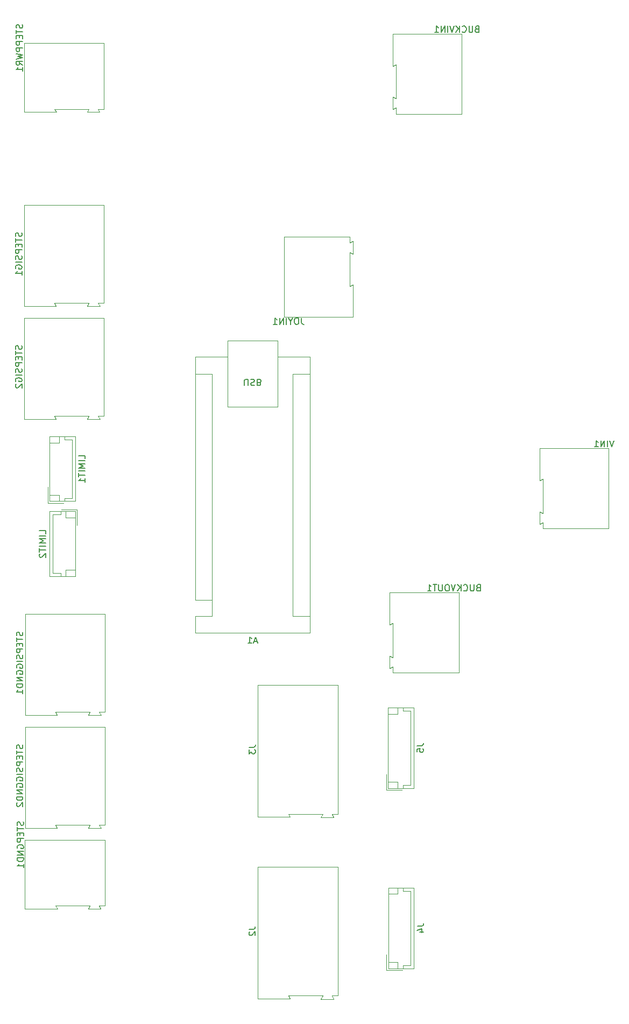
<source format=gbr>
%TF.GenerationSoftware,KiCad,Pcbnew,7.0.8-7.0.8~ubuntu22.04.1*%
%TF.CreationDate,2023-11-09T15:08:59-07:00*%
%TF.ProjectId,stepper_microscope_stage,73746570-7065-4725-9f6d-6963726f7363,10*%
%TF.SameCoordinates,Original*%
%TF.FileFunction,Legend,Bot*%
%TF.FilePolarity,Positive*%
%FSLAX46Y46*%
G04 Gerber Fmt 4.6, Leading zero omitted, Abs format (unit mm)*
G04 Created by KiCad (PCBNEW 7.0.8-7.0.8~ubuntu22.04.1) date 2023-11-09 15:08:59*
%MOMM*%
%LPD*%
G01*
G04 APERTURE LIST*
%ADD10C,0.150000*%
%ADD11C,0.120000*%
G04 APERTURE END LIST*
D10*
X134733570Y-117118865D02*
X134590713Y-117166484D01*
X134590713Y-117166484D02*
X134543094Y-117214103D01*
X134543094Y-117214103D02*
X134495475Y-117309341D01*
X134495475Y-117309341D02*
X134495475Y-117452198D01*
X134495475Y-117452198D02*
X134543094Y-117547436D01*
X134543094Y-117547436D02*
X134590713Y-117595056D01*
X134590713Y-117595056D02*
X134685951Y-117642675D01*
X134685951Y-117642675D02*
X135066903Y-117642675D01*
X135066903Y-117642675D02*
X135066903Y-116642675D01*
X135066903Y-116642675D02*
X134733570Y-116642675D01*
X134733570Y-116642675D02*
X134638332Y-116690294D01*
X134638332Y-116690294D02*
X134590713Y-116737913D01*
X134590713Y-116737913D02*
X134543094Y-116833151D01*
X134543094Y-116833151D02*
X134543094Y-116928389D01*
X134543094Y-116928389D02*
X134590713Y-117023627D01*
X134590713Y-117023627D02*
X134638332Y-117071246D01*
X134638332Y-117071246D02*
X134733570Y-117118865D01*
X134733570Y-117118865D02*
X135066903Y-117118865D01*
X134066903Y-116642675D02*
X134066903Y-117452198D01*
X134066903Y-117452198D02*
X134019284Y-117547436D01*
X134019284Y-117547436D02*
X133971665Y-117595056D01*
X133971665Y-117595056D02*
X133876427Y-117642675D01*
X133876427Y-117642675D02*
X133685951Y-117642675D01*
X133685951Y-117642675D02*
X133590713Y-117595056D01*
X133590713Y-117595056D02*
X133543094Y-117547436D01*
X133543094Y-117547436D02*
X133495475Y-117452198D01*
X133495475Y-117452198D02*
X133495475Y-116642675D01*
X132447856Y-117547436D02*
X132495475Y-117595056D01*
X132495475Y-117595056D02*
X132638332Y-117642675D01*
X132638332Y-117642675D02*
X132733570Y-117642675D01*
X132733570Y-117642675D02*
X132876427Y-117595056D01*
X132876427Y-117595056D02*
X132971665Y-117499817D01*
X132971665Y-117499817D02*
X133019284Y-117404579D01*
X133019284Y-117404579D02*
X133066903Y-117214103D01*
X133066903Y-117214103D02*
X133066903Y-117071246D01*
X133066903Y-117071246D02*
X133019284Y-116880770D01*
X133019284Y-116880770D02*
X132971665Y-116785532D01*
X132971665Y-116785532D02*
X132876427Y-116690294D01*
X132876427Y-116690294D02*
X132733570Y-116642675D01*
X132733570Y-116642675D02*
X132638332Y-116642675D01*
X132638332Y-116642675D02*
X132495475Y-116690294D01*
X132495475Y-116690294D02*
X132447856Y-116737913D01*
X132019284Y-117642675D02*
X132019284Y-116642675D01*
X131447856Y-117642675D02*
X131876427Y-117071246D01*
X131447856Y-116642675D02*
X132019284Y-117214103D01*
X131162141Y-116642675D02*
X130828808Y-117642675D01*
X130828808Y-117642675D02*
X130495475Y-116642675D01*
X129971665Y-116642675D02*
X129781189Y-116642675D01*
X129781189Y-116642675D02*
X129685951Y-116690294D01*
X129685951Y-116690294D02*
X129590713Y-116785532D01*
X129590713Y-116785532D02*
X129543094Y-116976008D01*
X129543094Y-116976008D02*
X129543094Y-117309341D01*
X129543094Y-117309341D02*
X129590713Y-117499817D01*
X129590713Y-117499817D02*
X129685951Y-117595056D01*
X129685951Y-117595056D02*
X129781189Y-117642675D01*
X129781189Y-117642675D02*
X129971665Y-117642675D01*
X129971665Y-117642675D02*
X130066903Y-117595056D01*
X130066903Y-117595056D02*
X130162141Y-117499817D01*
X130162141Y-117499817D02*
X130209760Y-117309341D01*
X130209760Y-117309341D02*
X130209760Y-116976008D01*
X130209760Y-116976008D02*
X130162141Y-116785532D01*
X130162141Y-116785532D02*
X130066903Y-116690294D01*
X130066903Y-116690294D02*
X129971665Y-116642675D01*
X129114522Y-116642675D02*
X129114522Y-117452198D01*
X129114522Y-117452198D02*
X129066903Y-117547436D01*
X129066903Y-117547436D02*
X129019284Y-117595056D01*
X129019284Y-117595056D02*
X128924046Y-117642675D01*
X128924046Y-117642675D02*
X128733570Y-117642675D01*
X128733570Y-117642675D02*
X128638332Y-117595056D01*
X128638332Y-117595056D02*
X128590713Y-117547436D01*
X128590713Y-117547436D02*
X128543094Y-117452198D01*
X128543094Y-117452198D02*
X128543094Y-116642675D01*
X128209760Y-116642675D02*
X127638332Y-116642675D01*
X127924046Y-117642675D02*
X127924046Y-116642675D01*
X126781189Y-117642675D02*
X127352617Y-117642675D01*
X127066903Y-117642675D02*
X127066903Y-116642675D01*
X127066903Y-116642675D02*
X127162141Y-116785532D01*
X127162141Y-116785532D02*
X127257379Y-116880770D01*
X127257379Y-116880770D02*
X127352617Y-116928389D01*
X134533333Y-29218865D02*
X134390476Y-29266484D01*
X134390476Y-29266484D02*
X134342857Y-29314103D01*
X134342857Y-29314103D02*
X134295238Y-29409341D01*
X134295238Y-29409341D02*
X134295238Y-29552198D01*
X134295238Y-29552198D02*
X134342857Y-29647436D01*
X134342857Y-29647436D02*
X134390476Y-29695056D01*
X134390476Y-29695056D02*
X134485714Y-29742675D01*
X134485714Y-29742675D02*
X134866666Y-29742675D01*
X134866666Y-29742675D02*
X134866666Y-28742675D01*
X134866666Y-28742675D02*
X134533333Y-28742675D01*
X134533333Y-28742675D02*
X134438095Y-28790294D01*
X134438095Y-28790294D02*
X134390476Y-28837913D01*
X134390476Y-28837913D02*
X134342857Y-28933151D01*
X134342857Y-28933151D02*
X134342857Y-29028389D01*
X134342857Y-29028389D02*
X134390476Y-29123627D01*
X134390476Y-29123627D02*
X134438095Y-29171246D01*
X134438095Y-29171246D02*
X134533333Y-29218865D01*
X134533333Y-29218865D02*
X134866666Y-29218865D01*
X133866666Y-28742675D02*
X133866666Y-29552198D01*
X133866666Y-29552198D02*
X133819047Y-29647436D01*
X133819047Y-29647436D02*
X133771428Y-29695056D01*
X133771428Y-29695056D02*
X133676190Y-29742675D01*
X133676190Y-29742675D02*
X133485714Y-29742675D01*
X133485714Y-29742675D02*
X133390476Y-29695056D01*
X133390476Y-29695056D02*
X133342857Y-29647436D01*
X133342857Y-29647436D02*
X133295238Y-29552198D01*
X133295238Y-29552198D02*
X133295238Y-28742675D01*
X132247619Y-29647436D02*
X132295238Y-29695056D01*
X132295238Y-29695056D02*
X132438095Y-29742675D01*
X132438095Y-29742675D02*
X132533333Y-29742675D01*
X132533333Y-29742675D02*
X132676190Y-29695056D01*
X132676190Y-29695056D02*
X132771428Y-29599817D01*
X132771428Y-29599817D02*
X132819047Y-29504579D01*
X132819047Y-29504579D02*
X132866666Y-29314103D01*
X132866666Y-29314103D02*
X132866666Y-29171246D01*
X132866666Y-29171246D02*
X132819047Y-28980770D01*
X132819047Y-28980770D02*
X132771428Y-28885532D01*
X132771428Y-28885532D02*
X132676190Y-28790294D01*
X132676190Y-28790294D02*
X132533333Y-28742675D01*
X132533333Y-28742675D02*
X132438095Y-28742675D01*
X132438095Y-28742675D02*
X132295238Y-28790294D01*
X132295238Y-28790294D02*
X132247619Y-28837913D01*
X131819047Y-29742675D02*
X131819047Y-28742675D01*
X131247619Y-29742675D02*
X131676190Y-29171246D01*
X131247619Y-28742675D02*
X131819047Y-29314103D01*
X130961904Y-28742675D02*
X130628571Y-29742675D01*
X130628571Y-29742675D02*
X130295238Y-28742675D01*
X129961904Y-29742675D02*
X129961904Y-28742675D01*
X129485714Y-29742675D02*
X129485714Y-28742675D01*
X129485714Y-28742675D02*
X128914286Y-29742675D01*
X128914286Y-29742675D02*
X128914286Y-28742675D01*
X127914286Y-29742675D02*
X128485714Y-29742675D01*
X128200000Y-29742675D02*
X128200000Y-28742675D01*
X128200000Y-28742675D02*
X128295238Y-28885532D01*
X128295238Y-28885532D02*
X128390476Y-28980770D01*
X128390476Y-28980770D02*
X128485714Y-29028389D01*
X98672675Y-170844522D02*
X99386960Y-170844522D01*
X99386960Y-170844522D02*
X99529817Y-170796903D01*
X99529817Y-170796903D02*
X99625056Y-170701665D01*
X99625056Y-170701665D02*
X99672675Y-170558808D01*
X99672675Y-170558808D02*
X99672675Y-170463570D01*
X98767913Y-171273094D02*
X98720294Y-171320713D01*
X98720294Y-171320713D02*
X98672675Y-171415951D01*
X98672675Y-171415951D02*
X98672675Y-171654046D01*
X98672675Y-171654046D02*
X98720294Y-171749284D01*
X98720294Y-171749284D02*
X98767913Y-171796903D01*
X98767913Y-171796903D02*
X98863151Y-171844522D01*
X98863151Y-171844522D02*
X98958389Y-171844522D01*
X98958389Y-171844522D02*
X99101246Y-171796903D01*
X99101246Y-171796903D02*
X99672675Y-171225475D01*
X99672675Y-171225475D02*
X99672675Y-171844522D01*
X66682675Y-108632618D02*
X66682675Y-108156428D01*
X66682675Y-108156428D02*
X65682675Y-108156428D01*
X66682675Y-108965952D02*
X65682675Y-108965952D01*
X66682675Y-109442142D02*
X65682675Y-109442142D01*
X65682675Y-109442142D02*
X66396960Y-109775475D01*
X66396960Y-109775475D02*
X65682675Y-110108808D01*
X65682675Y-110108808D02*
X66682675Y-110108808D01*
X66682675Y-110584999D02*
X65682675Y-110584999D01*
X65682675Y-110918332D02*
X65682675Y-111489760D01*
X66682675Y-111204046D02*
X65682675Y-111204046D01*
X65777913Y-111775475D02*
X65730294Y-111823094D01*
X65730294Y-111823094D02*
X65682675Y-111918332D01*
X65682675Y-111918332D02*
X65682675Y-112156427D01*
X65682675Y-112156427D02*
X65730294Y-112251665D01*
X65730294Y-112251665D02*
X65777913Y-112299284D01*
X65777913Y-112299284D02*
X65873151Y-112346903D01*
X65873151Y-112346903D02*
X65968389Y-112346903D01*
X65968389Y-112346903D02*
X66111246Y-112299284D01*
X66111246Y-112299284D02*
X66682675Y-111727856D01*
X66682675Y-111727856D02*
X66682675Y-112346903D01*
X125132675Y-141994522D02*
X125846960Y-141994522D01*
X125846960Y-141994522D02*
X125989817Y-141946903D01*
X125989817Y-141946903D02*
X126085056Y-141851665D01*
X126085056Y-141851665D02*
X126132675Y-141708808D01*
X126132675Y-141708808D02*
X126132675Y-141613570D01*
X125132675Y-142946903D02*
X125132675Y-142470713D01*
X125132675Y-142470713D02*
X125608865Y-142423094D01*
X125608865Y-142423094D02*
X125561246Y-142470713D01*
X125561246Y-142470713D02*
X125513627Y-142565951D01*
X125513627Y-142565951D02*
X125513627Y-142804046D01*
X125513627Y-142804046D02*
X125561246Y-142899284D01*
X125561246Y-142899284D02*
X125608865Y-142946903D01*
X125608865Y-142946903D02*
X125704103Y-142994522D01*
X125704103Y-142994522D02*
X125942198Y-142994522D01*
X125942198Y-142994522D02*
X126037436Y-142946903D01*
X126037436Y-142946903D02*
X126085056Y-142899284D01*
X126085056Y-142899284D02*
X126132675Y-142804046D01*
X126132675Y-142804046D02*
X126132675Y-142565951D01*
X126132675Y-142565951D02*
X126085056Y-142470713D01*
X126085056Y-142470713D02*
X126037436Y-142423094D01*
X63045872Y-141866667D02*
X63093491Y-142009524D01*
X63093491Y-142009524D02*
X63093491Y-142247619D01*
X63093491Y-142247619D02*
X63045872Y-142342857D01*
X63045872Y-142342857D02*
X62998252Y-142390476D01*
X62998252Y-142390476D02*
X62903014Y-142438095D01*
X62903014Y-142438095D02*
X62807776Y-142438095D01*
X62807776Y-142438095D02*
X62712538Y-142390476D01*
X62712538Y-142390476D02*
X62664919Y-142342857D01*
X62664919Y-142342857D02*
X62617300Y-142247619D01*
X62617300Y-142247619D02*
X62569681Y-142057143D01*
X62569681Y-142057143D02*
X62522062Y-141961905D01*
X62522062Y-141961905D02*
X62474443Y-141914286D01*
X62474443Y-141914286D02*
X62379205Y-141866667D01*
X62379205Y-141866667D02*
X62283967Y-141866667D01*
X62283967Y-141866667D02*
X62188729Y-141914286D01*
X62188729Y-141914286D02*
X62141110Y-141961905D01*
X62141110Y-141961905D02*
X62093491Y-142057143D01*
X62093491Y-142057143D02*
X62093491Y-142295238D01*
X62093491Y-142295238D02*
X62141110Y-142438095D01*
X62093491Y-142723810D02*
X62093491Y-143295238D01*
X63093491Y-143009524D02*
X62093491Y-143009524D01*
X62569681Y-143628572D02*
X62569681Y-143961905D01*
X63093491Y-144104762D02*
X63093491Y-143628572D01*
X63093491Y-143628572D02*
X62093491Y-143628572D01*
X62093491Y-143628572D02*
X62093491Y-144104762D01*
X63093491Y-144533334D02*
X62093491Y-144533334D01*
X62093491Y-144533334D02*
X62093491Y-144914286D01*
X62093491Y-144914286D02*
X62141110Y-145009524D01*
X62141110Y-145009524D02*
X62188729Y-145057143D01*
X62188729Y-145057143D02*
X62283967Y-145104762D01*
X62283967Y-145104762D02*
X62426824Y-145104762D01*
X62426824Y-145104762D02*
X62522062Y-145057143D01*
X62522062Y-145057143D02*
X62569681Y-145009524D01*
X62569681Y-145009524D02*
X62617300Y-144914286D01*
X62617300Y-144914286D02*
X62617300Y-144533334D01*
X63045872Y-145485715D02*
X63093491Y-145628572D01*
X63093491Y-145628572D02*
X63093491Y-145866667D01*
X63093491Y-145866667D02*
X63045872Y-145961905D01*
X63045872Y-145961905D02*
X62998252Y-146009524D01*
X62998252Y-146009524D02*
X62903014Y-146057143D01*
X62903014Y-146057143D02*
X62807776Y-146057143D01*
X62807776Y-146057143D02*
X62712538Y-146009524D01*
X62712538Y-146009524D02*
X62664919Y-145961905D01*
X62664919Y-145961905D02*
X62617300Y-145866667D01*
X62617300Y-145866667D02*
X62569681Y-145676191D01*
X62569681Y-145676191D02*
X62522062Y-145580953D01*
X62522062Y-145580953D02*
X62474443Y-145533334D01*
X62474443Y-145533334D02*
X62379205Y-145485715D01*
X62379205Y-145485715D02*
X62283967Y-145485715D01*
X62283967Y-145485715D02*
X62188729Y-145533334D01*
X62188729Y-145533334D02*
X62141110Y-145580953D01*
X62141110Y-145580953D02*
X62093491Y-145676191D01*
X62093491Y-145676191D02*
X62093491Y-145914286D01*
X62093491Y-145914286D02*
X62141110Y-146057143D01*
X63093491Y-146485715D02*
X62093491Y-146485715D01*
X62141110Y-147485714D02*
X62093491Y-147390476D01*
X62093491Y-147390476D02*
X62093491Y-147247619D01*
X62093491Y-147247619D02*
X62141110Y-147104762D01*
X62141110Y-147104762D02*
X62236348Y-147009524D01*
X62236348Y-147009524D02*
X62331586Y-146961905D01*
X62331586Y-146961905D02*
X62522062Y-146914286D01*
X62522062Y-146914286D02*
X62664919Y-146914286D01*
X62664919Y-146914286D02*
X62855395Y-146961905D01*
X62855395Y-146961905D02*
X62950633Y-147009524D01*
X62950633Y-147009524D02*
X63045872Y-147104762D01*
X63045872Y-147104762D02*
X63093491Y-147247619D01*
X63093491Y-147247619D02*
X63093491Y-147342857D01*
X63093491Y-147342857D02*
X63045872Y-147485714D01*
X63045872Y-147485714D02*
X62998252Y-147533333D01*
X62998252Y-147533333D02*
X62664919Y-147533333D01*
X62664919Y-147533333D02*
X62664919Y-147342857D01*
X62141110Y-148485714D02*
X62093491Y-148390476D01*
X62093491Y-148390476D02*
X62093491Y-148247619D01*
X62093491Y-148247619D02*
X62141110Y-148104762D01*
X62141110Y-148104762D02*
X62236348Y-148009524D01*
X62236348Y-148009524D02*
X62331586Y-147961905D01*
X62331586Y-147961905D02*
X62522062Y-147914286D01*
X62522062Y-147914286D02*
X62664919Y-147914286D01*
X62664919Y-147914286D02*
X62855395Y-147961905D01*
X62855395Y-147961905D02*
X62950633Y-148009524D01*
X62950633Y-148009524D02*
X63045872Y-148104762D01*
X63045872Y-148104762D02*
X63093491Y-148247619D01*
X63093491Y-148247619D02*
X63093491Y-148342857D01*
X63093491Y-148342857D02*
X63045872Y-148485714D01*
X63045872Y-148485714D02*
X62998252Y-148533333D01*
X62998252Y-148533333D02*
X62664919Y-148533333D01*
X62664919Y-148533333D02*
X62664919Y-148342857D01*
X63093491Y-148961905D02*
X62093491Y-148961905D01*
X62093491Y-148961905D02*
X63093491Y-149533333D01*
X63093491Y-149533333D02*
X62093491Y-149533333D01*
X63093491Y-150009524D02*
X62093491Y-150009524D01*
X62093491Y-150009524D02*
X62093491Y-150247619D01*
X62093491Y-150247619D02*
X62141110Y-150390476D01*
X62141110Y-150390476D02*
X62236348Y-150485714D01*
X62236348Y-150485714D02*
X62331586Y-150533333D01*
X62331586Y-150533333D02*
X62522062Y-150580952D01*
X62522062Y-150580952D02*
X62664919Y-150580952D01*
X62664919Y-150580952D02*
X62855395Y-150533333D01*
X62855395Y-150533333D02*
X62950633Y-150485714D01*
X62950633Y-150485714D02*
X63045872Y-150390476D01*
X63045872Y-150390476D02*
X63093491Y-150247619D01*
X63093491Y-150247619D02*
X63093491Y-150009524D01*
X62188729Y-150961905D02*
X62141110Y-151009524D01*
X62141110Y-151009524D02*
X62093491Y-151104762D01*
X62093491Y-151104762D02*
X62093491Y-151342857D01*
X62093491Y-151342857D02*
X62141110Y-151438095D01*
X62141110Y-151438095D02*
X62188729Y-151485714D01*
X62188729Y-151485714D02*
X62283967Y-151533333D01*
X62283967Y-151533333D02*
X62379205Y-151533333D01*
X62379205Y-151533333D02*
X62522062Y-151485714D01*
X62522062Y-151485714D02*
X63093491Y-150914286D01*
X63093491Y-150914286D02*
X63093491Y-151533333D01*
X62885056Y-61290476D02*
X62932675Y-61433333D01*
X62932675Y-61433333D02*
X62932675Y-61671428D01*
X62932675Y-61671428D02*
X62885056Y-61766666D01*
X62885056Y-61766666D02*
X62837436Y-61814285D01*
X62837436Y-61814285D02*
X62742198Y-61861904D01*
X62742198Y-61861904D02*
X62646960Y-61861904D01*
X62646960Y-61861904D02*
X62551722Y-61814285D01*
X62551722Y-61814285D02*
X62504103Y-61766666D01*
X62504103Y-61766666D02*
X62456484Y-61671428D01*
X62456484Y-61671428D02*
X62408865Y-61480952D01*
X62408865Y-61480952D02*
X62361246Y-61385714D01*
X62361246Y-61385714D02*
X62313627Y-61338095D01*
X62313627Y-61338095D02*
X62218389Y-61290476D01*
X62218389Y-61290476D02*
X62123151Y-61290476D01*
X62123151Y-61290476D02*
X62027913Y-61338095D01*
X62027913Y-61338095D02*
X61980294Y-61385714D01*
X61980294Y-61385714D02*
X61932675Y-61480952D01*
X61932675Y-61480952D02*
X61932675Y-61719047D01*
X61932675Y-61719047D02*
X61980294Y-61861904D01*
X61932675Y-62147619D02*
X61932675Y-62719047D01*
X62932675Y-62433333D02*
X61932675Y-62433333D01*
X62408865Y-63052381D02*
X62408865Y-63385714D01*
X62932675Y-63528571D02*
X62932675Y-63052381D01*
X62932675Y-63052381D02*
X61932675Y-63052381D01*
X61932675Y-63052381D02*
X61932675Y-63528571D01*
X62932675Y-63957143D02*
X61932675Y-63957143D01*
X61932675Y-63957143D02*
X61932675Y-64338095D01*
X61932675Y-64338095D02*
X61980294Y-64433333D01*
X61980294Y-64433333D02*
X62027913Y-64480952D01*
X62027913Y-64480952D02*
X62123151Y-64528571D01*
X62123151Y-64528571D02*
X62266008Y-64528571D01*
X62266008Y-64528571D02*
X62361246Y-64480952D01*
X62361246Y-64480952D02*
X62408865Y-64433333D01*
X62408865Y-64433333D02*
X62456484Y-64338095D01*
X62456484Y-64338095D02*
X62456484Y-63957143D01*
X62885056Y-64909524D02*
X62932675Y-65052381D01*
X62932675Y-65052381D02*
X62932675Y-65290476D01*
X62932675Y-65290476D02*
X62885056Y-65385714D01*
X62885056Y-65385714D02*
X62837436Y-65433333D01*
X62837436Y-65433333D02*
X62742198Y-65480952D01*
X62742198Y-65480952D02*
X62646960Y-65480952D01*
X62646960Y-65480952D02*
X62551722Y-65433333D01*
X62551722Y-65433333D02*
X62504103Y-65385714D01*
X62504103Y-65385714D02*
X62456484Y-65290476D01*
X62456484Y-65290476D02*
X62408865Y-65100000D01*
X62408865Y-65100000D02*
X62361246Y-65004762D01*
X62361246Y-65004762D02*
X62313627Y-64957143D01*
X62313627Y-64957143D02*
X62218389Y-64909524D01*
X62218389Y-64909524D02*
X62123151Y-64909524D01*
X62123151Y-64909524D02*
X62027913Y-64957143D01*
X62027913Y-64957143D02*
X61980294Y-65004762D01*
X61980294Y-65004762D02*
X61932675Y-65100000D01*
X61932675Y-65100000D02*
X61932675Y-65338095D01*
X61932675Y-65338095D02*
X61980294Y-65480952D01*
X62932675Y-65909524D02*
X61932675Y-65909524D01*
X61980294Y-66909523D02*
X61932675Y-66814285D01*
X61932675Y-66814285D02*
X61932675Y-66671428D01*
X61932675Y-66671428D02*
X61980294Y-66528571D01*
X61980294Y-66528571D02*
X62075532Y-66433333D01*
X62075532Y-66433333D02*
X62170770Y-66385714D01*
X62170770Y-66385714D02*
X62361246Y-66338095D01*
X62361246Y-66338095D02*
X62504103Y-66338095D01*
X62504103Y-66338095D02*
X62694579Y-66385714D01*
X62694579Y-66385714D02*
X62789817Y-66433333D01*
X62789817Y-66433333D02*
X62885056Y-66528571D01*
X62885056Y-66528571D02*
X62932675Y-66671428D01*
X62932675Y-66671428D02*
X62932675Y-66766666D01*
X62932675Y-66766666D02*
X62885056Y-66909523D01*
X62885056Y-66909523D02*
X62837436Y-66957142D01*
X62837436Y-66957142D02*
X62504103Y-66957142D01*
X62504103Y-66957142D02*
X62504103Y-66766666D01*
X62932675Y-67909523D02*
X62932675Y-67338095D01*
X62932675Y-67623809D02*
X61932675Y-67623809D01*
X61932675Y-67623809D02*
X62075532Y-67528571D01*
X62075532Y-67528571D02*
X62170770Y-67433333D01*
X62170770Y-67433333D02*
X62218389Y-67338095D01*
X63145872Y-153940952D02*
X63193491Y-154083809D01*
X63193491Y-154083809D02*
X63193491Y-154321904D01*
X63193491Y-154321904D02*
X63145872Y-154417142D01*
X63145872Y-154417142D02*
X63098252Y-154464761D01*
X63098252Y-154464761D02*
X63003014Y-154512380D01*
X63003014Y-154512380D02*
X62907776Y-154512380D01*
X62907776Y-154512380D02*
X62812538Y-154464761D01*
X62812538Y-154464761D02*
X62764919Y-154417142D01*
X62764919Y-154417142D02*
X62717300Y-154321904D01*
X62717300Y-154321904D02*
X62669681Y-154131428D01*
X62669681Y-154131428D02*
X62622062Y-154036190D01*
X62622062Y-154036190D02*
X62574443Y-153988571D01*
X62574443Y-153988571D02*
X62479205Y-153940952D01*
X62479205Y-153940952D02*
X62383967Y-153940952D01*
X62383967Y-153940952D02*
X62288729Y-153988571D01*
X62288729Y-153988571D02*
X62241110Y-154036190D01*
X62241110Y-154036190D02*
X62193491Y-154131428D01*
X62193491Y-154131428D02*
X62193491Y-154369523D01*
X62193491Y-154369523D02*
X62241110Y-154512380D01*
X62193491Y-154798095D02*
X62193491Y-155369523D01*
X63193491Y-155083809D02*
X62193491Y-155083809D01*
X62669681Y-155702857D02*
X62669681Y-156036190D01*
X63193491Y-156179047D02*
X63193491Y-155702857D01*
X63193491Y-155702857D02*
X62193491Y-155702857D01*
X62193491Y-155702857D02*
X62193491Y-156179047D01*
X63193491Y-156607619D02*
X62193491Y-156607619D01*
X62193491Y-156607619D02*
X62193491Y-156988571D01*
X62193491Y-156988571D02*
X62241110Y-157083809D01*
X62241110Y-157083809D02*
X62288729Y-157131428D01*
X62288729Y-157131428D02*
X62383967Y-157179047D01*
X62383967Y-157179047D02*
X62526824Y-157179047D01*
X62526824Y-157179047D02*
X62622062Y-157131428D01*
X62622062Y-157131428D02*
X62669681Y-157083809D01*
X62669681Y-157083809D02*
X62717300Y-156988571D01*
X62717300Y-156988571D02*
X62717300Y-156607619D01*
X62241110Y-158131428D02*
X62193491Y-158036190D01*
X62193491Y-158036190D02*
X62193491Y-157893333D01*
X62193491Y-157893333D02*
X62241110Y-157750476D01*
X62241110Y-157750476D02*
X62336348Y-157655238D01*
X62336348Y-157655238D02*
X62431586Y-157607619D01*
X62431586Y-157607619D02*
X62622062Y-157560000D01*
X62622062Y-157560000D02*
X62764919Y-157560000D01*
X62764919Y-157560000D02*
X62955395Y-157607619D01*
X62955395Y-157607619D02*
X63050633Y-157655238D01*
X63050633Y-157655238D02*
X63145872Y-157750476D01*
X63145872Y-157750476D02*
X63193491Y-157893333D01*
X63193491Y-157893333D02*
X63193491Y-157988571D01*
X63193491Y-157988571D02*
X63145872Y-158131428D01*
X63145872Y-158131428D02*
X63098252Y-158179047D01*
X63098252Y-158179047D02*
X62764919Y-158179047D01*
X62764919Y-158179047D02*
X62764919Y-157988571D01*
X63193491Y-158607619D02*
X62193491Y-158607619D01*
X62193491Y-158607619D02*
X63193491Y-159179047D01*
X63193491Y-159179047D02*
X62193491Y-159179047D01*
X63193491Y-159655238D02*
X62193491Y-159655238D01*
X62193491Y-159655238D02*
X62193491Y-159893333D01*
X62193491Y-159893333D02*
X62241110Y-160036190D01*
X62241110Y-160036190D02*
X62336348Y-160131428D01*
X62336348Y-160131428D02*
X62431586Y-160179047D01*
X62431586Y-160179047D02*
X62622062Y-160226666D01*
X62622062Y-160226666D02*
X62764919Y-160226666D01*
X62764919Y-160226666D02*
X62955395Y-160179047D01*
X62955395Y-160179047D02*
X63050633Y-160131428D01*
X63050633Y-160131428D02*
X63145872Y-160036190D01*
X63145872Y-160036190D02*
X63193491Y-159893333D01*
X63193491Y-159893333D02*
X63193491Y-159655238D01*
X63193491Y-161179047D02*
X63193491Y-160607619D01*
X63193491Y-160893333D02*
X62193491Y-160893333D01*
X62193491Y-160893333D02*
X62336348Y-160798095D01*
X62336348Y-160798095D02*
X62431586Y-160702857D01*
X62431586Y-160702857D02*
X62479205Y-160607619D01*
X63045872Y-124116667D02*
X63093491Y-124259524D01*
X63093491Y-124259524D02*
X63093491Y-124497619D01*
X63093491Y-124497619D02*
X63045872Y-124592857D01*
X63045872Y-124592857D02*
X62998252Y-124640476D01*
X62998252Y-124640476D02*
X62903014Y-124688095D01*
X62903014Y-124688095D02*
X62807776Y-124688095D01*
X62807776Y-124688095D02*
X62712538Y-124640476D01*
X62712538Y-124640476D02*
X62664919Y-124592857D01*
X62664919Y-124592857D02*
X62617300Y-124497619D01*
X62617300Y-124497619D02*
X62569681Y-124307143D01*
X62569681Y-124307143D02*
X62522062Y-124211905D01*
X62522062Y-124211905D02*
X62474443Y-124164286D01*
X62474443Y-124164286D02*
X62379205Y-124116667D01*
X62379205Y-124116667D02*
X62283967Y-124116667D01*
X62283967Y-124116667D02*
X62188729Y-124164286D01*
X62188729Y-124164286D02*
X62141110Y-124211905D01*
X62141110Y-124211905D02*
X62093491Y-124307143D01*
X62093491Y-124307143D02*
X62093491Y-124545238D01*
X62093491Y-124545238D02*
X62141110Y-124688095D01*
X62093491Y-124973810D02*
X62093491Y-125545238D01*
X63093491Y-125259524D02*
X62093491Y-125259524D01*
X62569681Y-125878572D02*
X62569681Y-126211905D01*
X63093491Y-126354762D02*
X63093491Y-125878572D01*
X63093491Y-125878572D02*
X62093491Y-125878572D01*
X62093491Y-125878572D02*
X62093491Y-126354762D01*
X63093491Y-126783334D02*
X62093491Y-126783334D01*
X62093491Y-126783334D02*
X62093491Y-127164286D01*
X62093491Y-127164286D02*
X62141110Y-127259524D01*
X62141110Y-127259524D02*
X62188729Y-127307143D01*
X62188729Y-127307143D02*
X62283967Y-127354762D01*
X62283967Y-127354762D02*
X62426824Y-127354762D01*
X62426824Y-127354762D02*
X62522062Y-127307143D01*
X62522062Y-127307143D02*
X62569681Y-127259524D01*
X62569681Y-127259524D02*
X62617300Y-127164286D01*
X62617300Y-127164286D02*
X62617300Y-126783334D01*
X63045872Y-127735715D02*
X63093491Y-127878572D01*
X63093491Y-127878572D02*
X63093491Y-128116667D01*
X63093491Y-128116667D02*
X63045872Y-128211905D01*
X63045872Y-128211905D02*
X62998252Y-128259524D01*
X62998252Y-128259524D02*
X62903014Y-128307143D01*
X62903014Y-128307143D02*
X62807776Y-128307143D01*
X62807776Y-128307143D02*
X62712538Y-128259524D01*
X62712538Y-128259524D02*
X62664919Y-128211905D01*
X62664919Y-128211905D02*
X62617300Y-128116667D01*
X62617300Y-128116667D02*
X62569681Y-127926191D01*
X62569681Y-127926191D02*
X62522062Y-127830953D01*
X62522062Y-127830953D02*
X62474443Y-127783334D01*
X62474443Y-127783334D02*
X62379205Y-127735715D01*
X62379205Y-127735715D02*
X62283967Y-127735715D01*
X62283967Y-127735715D02*
X62188729Y-127783334D01*
X62188729Y-127783334D02*
X62141110Y-127830953D01*
X62141110Y-127830953D02*
X62093491Y-127926191D01*
X62093491Y-127926191D02*
X62093491Y-128164286D01*
X62093491Y-128164286D02*
X62141110Y-128307143D01*
X63093491Y-128735715D02*
X62093491Y-128735715D01*
X62141110Y-129735714D02*
X62093491Y-129640476D01*
X62093491Y-129640476D02*
X62093491Y-129497619D01*
X62093491Y-129497619D02*
X62141110Y-129354762D01*
X62141110Y-129354762D02*
X62236348Y-129259524D01*
X62236348Y-129259524D02*
X62331586Y-129211905D01*
X62331586Y-129211905D02*
X62522062Y-129164286D01*
X62522062Y-129164286D02*
X62664919Y-129164286D01*
X62664919Y-129164286D02*
X62855395Y-129211905D01*
X62855395Y-129211905D02*
X62950633Y-129259524D01*
X62950633Y-129259524D02*
X63045872Y-129354762D01*
X63045872Y-129354762D02*
X63093491Y-129497619D01*
X63093491Y-129497619D02*
X63093491Y-129592857D01*
X63093491Y-129592857D02*
X63045872Y-129735714D01*
X63045872Y-129735714D02*
X62998252Y-129783333D01*
X62998252Y-129783333D02*
X62664919Y-129783333D01*
X62664919Y-129783333D02*
X62664919Y-129592857D01*
X62141110Y-130735714D02*
X62093491Y-130640476D01*
X62093491Y-130640476D02*
X62093491Y-130497619D01*
X62093491Y-130497619D02*
X62141110Y-130354762D01*
X62141110Y-130354762D02*
X62236348Y-130259524D01*
X62236348Y-130259524D02*
X62331586Y-130211905D01*
X62331586Y-130211905D02*
X62522062Y-130164286D01*
X62522062Y-130164286D02*
X62664919Y-130164286D01*
X62664919Y-130164286D02*
X62855395Y-130211905D01*
X62855395Y-130211905D02*
X62950633Y-130259524D01*
X62950633Y-130259524D02*
X63045872Y-130354762D01*
X63045872Y-130354762D02*
X63093491Y-130497619D01*
X63093491Y-130497619D02*
X63093491Y-130592857D01*
X63093491Y-130592857D02*
X63045872Y-130735714D01*
X63045872Y-130735714D02*
X62998252Y-130783333D01*
X62998252Y-130783333D02*
X62664919Y-130783333D01*
X62664919Y-130783333D02*
X62664919Y-130592857D01*
X63093491Y-131211905D02*
X62093491Y-131211905D01*
X62093491Y-131211905D02*
X63093491Y-131783333D01*
X63093491Y-131783333D02*
X62093491Y-131783333D01*
X63093491Y-132259524D02*
X62093491Y-132259524D01*
X62093491Y-132259524D02*
X62093491Y-132497619D01*
X62093491Y-132497619D02*
X62141110Y-132640476D01*
X62141110Y-132640476D02*
X62236348Y-132735714D01*
X62236348Y-132735714D02*
X62331586Y-132783333D01*
X62331586Y-132783333D02*
X62522062Y-132830952D01*
X62522062Y-132830952D02*
X62664919Y-132830952D01*
X62664919Y-132830952D02*
X62855395Y-132783333D01*
X62855395Y-132783333D02*
X62950633Y-132735714D01*
X62950633Y-132735714D02*
X63045872Y-132640476D01*
X63045872Y-132640476D02*
X63093491Y-132497619D01*
X63093491Y-132497619D02*
X63093491Y-132259524D01*
X63093491Y-133783333D02*
X63093491Y-133211905D01*
X63093491Y-133497619D02*
X62093491Y-133497619D01*
X62093491Y-133497619D02*
X62236348Y-133402381D01*
X62236348Y-133402381D02*
X62331586Y-133307143D01*
X62331586Y-133307143D02*
X62379205Y-133211905D01*
X72892675Y-96815474D02*
X72892675Y-96339284D01*
X72892675Y-96339284D02*
X71892675Y-96339284D01*
X72892675Y-97148808D02*
X71892675Y-97148808D01*
X72892675Y-97624998D02*
X71892675Y-97624998D01*
X71892675Y-97624998D02*
X72606960Y-97958331D01*
X72606960Y-97958331D02*
X71892675Y-98291664D01*
X71892675Y-98291664D02*
X72892675Y-98291664D01*
X72892675Y-98767855D02*
X71892675Y-98767855D01*
X71892675Y-99101188D02*
X71892675Y-99672616D01*
X72892675Y-99386902D02*
X71892675Y-99386902D01*
X72892675Y-100529759D02*
X72892675Y-99958331D01*
X72892675Y-100244045D02*
X71892675Y-100244045D01*
X71892675Y-100244045D02*
X72035532Y-100148807D01*
X72035532Y-100148807D02*
X72130770Y-100053569D01*
X72130770Y-100053569D02*
X72178389Y-99958331D01*
X62995056Y-28516189D02*
X63042675Y-28659046D01*
X63042675Y-28659046D02*
X63042675Y-28897141D01*
X63042675Y-28897141D02*
X62995056Y-28992379D01*
X62995056Y-28992379D02*
X62947436Y-29039998D01*
X62947436Y-29039998D02*
X62852198Y-29087617D01*
X62852198Y-29087617D02*
X62756960Y-29087617D01*
X62756960Y-29087617D02*
X62661722Y-29039998D01*
X62661722Y-29039998D02*
X62614103Y-28992379D01*
X62614103Y-28992379D02*
X62566484Y-28897141D01*
X62566484Y-28897141D02*
X62518865Y-28706665D01*
X62518865Y-28706665D02*
X62471246Y-28611427D01*
X62471246Y-28611427D02*
X62423627Y-28563808D01*
X62423627Y-28563808D02*
X62328389Y-28516189D01*
X62328389Y-28516189D02*
X62233151Y-28516189D01*
X62233151Y-28516189D02*
X62137913Y-28563808D01*
X62137913Y-28563808D02*
X62090294Y-28611427D01*
X62090294Y-28611427D02*
X62042675Y-28706665D01*
X62042675Y-28706665D02*
X62042675Y-28944760D01*
X62042675Y-28944760D02*
X62090294Y-29087617D01*
X62042675Y-29373332D02*
X62042675Y-29944760D01*
X63042675Y-29659046D02*
X62042675Y-29659046D01*
X62518865Y-30278094D02*
X62518865Y-30611427D01*
X63042675Y-30754284D02*
X63042675Y-30278094D01*
X63042675Y-30278094D02*
X62042675Y-30278094D01*
X62042675Y-30278094D02*
X62042675Y-30754284D01*
X63042675Y-31182856D02*
X62042675Y-31182856D01*
X62042675Y-31182856D02*
X62042675Y-31563808D01*
X62042675Y-31563808D02*
X62090294Y-31659046D01*
X62090294Y-31659046D02*
X62137913Y-31706665D01*
X62137913Y-31706665D02*
X62233151Y-31754284D01*
X62233151Y-31754284D02*
X62376008Y-31754284D01*
X62376008Y-31754284D02*
X62471246Y-31706665D01*
X62471246Y-31706665D02*
X62518865Y-31659046D01*
X62518865Y-31659046D02*
X62566484Y-31563808D01*
X62566484Y-31563808D02*
X62566484Y-31182856D01*
X63042675Y-32182856D02*
X62042675Y-32182856D01*
X62042675Y-32182856D02*
X62042675Y-32563808D01*
X62042675Y-32563808D02*
X62090294Y-32659046D01*
X62090294Y-32659046D02*
X62137913Y-32706665D01*
X62137913Y-32706665D02*
X62233151Y-32754284D01*
X62233151Y-32754284D02*
X62376008Y-32754284D01*
X62376008Y-32754284D02*
X62471246Y-32706665D01*
X62471246Y-32706665D02*
X62518865Y-32659046D01*
X62518865Y-32659046D02*
X62566484Y-32563808D01*
X62566484Y-32563808D02*
X62566484Y-32182856D01*
X62042675Y-33087618D02*
X63042675Y-33325713D01*
X63042675Y-33325713D02*
X62328389Y-33516189D01*
X62328389Y-33516189D02*
X63042675Y-33706665D01*
X63042675Y-33706665D02*
X62042675Y-33944761D01*
X63042675Y-34897141D02*
X62566484Y-34563808D01*
X63042675Y-34325713D02*
X62042675Y-34325713D01*
X62042675Y-34325713D02*
X62042675Y-34706665D01*
X62042675Y-34706665D02*
X62090294Y-34801903D01*
X62090294Y-34801903D02*
X62137913Y-34849522D01*
X62137913Y-34849522D02*
X62233151Y-34897141D01*
X62233151Y-34897141D02*
X62376008Y-34897141D01*
X62376008Y-34897141D02*
X62471246Y-34849522D01*
X62471246Y-34849522D02*
X62518865Y-34801903D01*
X62518865Y-34801903D02*
X62566484Y-34706665D01*
X62566484Y-34706665D02*
X62566484Y-34325713D01*
X63042675Y-35849522D02*
X63042675Y-35278094D01*
X63042675Y-35563808D02*
X62042675Y-35563808D01*
X62042675Y-35563808D02*
X62185532Y-35468570D01*
X62185532Y-35468570D02*
X62280770Y-35373332D01*
X62280770Y-35373332D02*
X62328389Y-35278094D01*
X99952141Y-125574104D02*
X99475951Y-125574104D01*
X100047379Y-125859819D02*
X99714046Y-124859819D01*
X99714046Y-124859819D02*
X99380713Y-125859819D01*
X98523570Y-125859819D02*
X99094998Y-125859819D01*
X98809284Y-125859819D02*
X98809284Y-124859819D01*
X98809284Y-124859819D02*
X98904522Y-125002676D01*
X98904522Y-125002676D02*
X98999760Y-125097914D01*
X98999760Y-125097914D02*
X99094998Y-125145533D01*
X97975951Y-85310180D02*
X97975951Y-84500657D01*
X97975951Y-84500657D02*
X98023570Y-84405419D01*
X98023570Y-84405419D02*
X98071189Y-84357800D01*
X98071189Y-84357800D02*
X98166427Y-84310180D01*
X98166427Y-84310180D02*
X98356903Y-84310180D01*
X98356903Y-84310180D02*
X98452141Y-84357800D01*
X98452141Y-84357800D02*
X98499760Y-84405419D01*
X98499760Y-84405419D02*
X98547379Y-84500657D01*
X98547379Y-84500657D02*
X98547379Y-85310180D01*
X98975951Y-84357800D02*
X99118808Y-84310180D01*
X99118808Y-84310180D02*
X99356903Y-84310180D01*
X99356903Y-84310180D02*
X99452141Y-84357800D01*
X99452141Y-84357800D02*
X99499760Y-84405419D01*
X99499760Y-84405419D02*
X99547379Y-84500657D01*
X99547379Y-84500657D02*
X99547379Y-84595895D01*
X99547379Y-84595895D02*
X99499760Y-84691133D01*
X99499760Y-84691133D02*
X99452141Y-84738752D01*
X99452141Y-84738752D02*
X99356903Y-84786371D01*
X99356903Y-84786371D02*
X99166427Y-84833990D01*
X99166427Y-84833990D02*
X99071189Y-84881609D01*
X99071189Y-84881609D02*
X99023570Y-84929228D01*
X99023570Y-84929228D02*
X98975951Y-85024466D01*
X98975951Y-85024466D02*
X98975951Y-85119704D01*
X98975951Y-85119704D02*
X99023570Y-85214942D01*
X99023570Y-85214942D02*
X99071189Y-85262561D01*
X99071189Y-85262561D02*
X99166427Y-85310180D01*
X99166427Y-85310180D02*
X99404522Y-85310180D01*
X99404522Y-85310180D02*
X99547379Y-85262561D01*
X100309284Y-84833990D02*
X100452141Y-84786371D01*
X100452141Y-84786371D02*
X100499760Y-84738752D01*
X100499760Y-84738752D02*
X100547379Y-84643514D01*
X100547379Y-84643514D02*
X100547379Y-84500657D01*
X100547379Y-84500657D02*
X100499760Y-84405419D01*
X100499760Y-84405419D02*
X100452141Y-84357800D01*
X100452141Y-84357800D02*
X100356903Y-84310180D01*
X100356903Y-84310180D02*
X99975951Y-84310180D01*
X99975951Y-84310180D02*
X99975951Y-85310180D01*
X99975951Y-85310180D02*
X100309284Y-85310180D01*
X100309284Y-85310180D02*
X100404522Y-85262561D01*
X100404522Y-85262561D02*
X100452141Y-85214942D01*
X100452141Y-85214942D02*
X100499760Y-85119704D01*
X100499760Y-85119704D02*
X100499760Y-85024466D01*
X100499760Y-85024466D02*
X100452141Y-84929228D01*
X100452141Y-84929228D02*
X100404522Y-84881609D01*
X100404522Y-84881609D02*
X100309284Y-84833990D01*
X100309284Y-84833990D02*
X99975951Y-84833990D01*
X106940474Y-74672675D02*
X106940474Y-75386960D01*
X106940474Y-75386960D02*
X106988093Y-75529817D01*
X106988093Y-75529817D02*
X107083331Y-75625056D01*
X107083331Y-75625056D02*
X107226188Y-75672675D01*
X107226188Y-75672675D02*
X107321426Y-75672675D01*
X106273807Y-74672675D02*
X106083331Y-74672675D01*
X106083331Y-74672675D02*
X105988093Y-74720294D01*
X105988093Y-74720294D02*
X105892855Y-74815532D01*
X105892855Y-74815532D02*
X105845236Y-75006008D01*
X105845236Y-75006008D02*
X105845236Y-75339341D01*
X105845236Y-75339341D02*
X105892855Y-75529817D01*
X105892855Y-75529817D02*
X105988093Y-75625056D01*
X105988093Y-75625056D02*
X106083331Y-75672675D01*
X106083331Y-75672675D02*
X106273807Y-75672675D01*
X106273807Y-75672675D02*
X106369045Y-75625056D01*
X106369045Y-75625056D02*
X106464283Y-75529817D01*
X106464283Y-75529817D02*
X106511902Y-75339341D01*
X106511902Y-75339341D02*
X106511902Y-75006008D01*
X106511902Y-75006008D02*
X106464283Y-74815532D01*
X106464283Y-74815532D02*
X106369045Y-74720294D01*
X106369045Y-74720294D02*
X106273807Y-74672675D01*
X105226188Y-75196484D02*
X105226188Y-75672675D01*
X105559521Y-74672675D02*
X105226188Y-75196484D01*
X105226188Y-75196484D02*
X104892855Y-74672675D01*
X104559521Y-75672675D02*
X104559521Y-74672675D01*
X104083331Y-75672675D02*
X104083331Y-74672675D01*
X104083331Y-74672675D02*
X103511903Y-75672675D01*
X103511903Y-75672675D02*
X103511903Y-74672675D01*
X102511903Y-75672675D02*
X103083331Y-75672675D01*
X102797617Y-75672675D02*
X102797617Y-74672675D01*
X102797617Y-74672675D02*
X102892855Y-74815532D01*
X102892855Y-74815532D02*
X102988093Y-74910770D01*
X102988093Y-74910770D02*
X103083331Y-74958389D01*
X62885056Y-79040476D02*
X62932675Y-79183333D01*
X62932675Y-79183333D02*
X62932675Y-79421428D01*
X62932675Y-79421428D02*
X62885056Y-79516666D01*
X62885056Y-79516666D02*
X62837436Y-79564285D01*
X62837436Y-79564285D02*
X62742198Y-79611904D01*
X62742198Y-79611904D02*
X62646960Y-79611904D01*
X62646960Y-79611904D02*
X62551722Y-79564285D01*
X62551722Y-79564285D02*
X62504103Y-79516666D01*
X62504103Y-79516666D02*
X62456484Y-79421428D01*
X62456484Y-79421428D02*
X62408865Y-79230952D01*
X62408865Y-79230952D02*
X62361246Y-79135714D01*
X62361246Y-79135714D02*
X62313627Y-79088095D01*
X62313627Y-79088095D02*
X62218389Y-79040476D01*
X62218389Y-79040476D02*
X62123151Y-79040476D01*
X62123151Y-79040476D02*
X62027913Y-79088095D01*
X62027913Y-79088095D02*
X61980294Y-79135714D01*
X61980294Y-79135714D02*
X61932675Y-79230952D01*
X61932675Y-79230952D02*
X61932675Y-79469047D01*
X61932675Y-79469047D02*
X61980294Y-79611904D01*
X61932675Y-79897619D02*
X61932675Y-80469047D01*
X62932675Y-80183333D02*
X61932675Y-80183333D01*
X62408865Y-80802381D02*
X62408865Y-81135714D01*
X62932675Y-81278571D02*
X62932675Y-80802381D01*
X62932675Y-80802381D02*
X61932675Y-80802381D01*
X61932675Y-80802381D02*
X61932675Y-81278571D01*
X62932675Y-81707143D02*
X61932675Y-81707143D01*
X61932675Y-81707143D02*
X61932675Y-82088095D01*
X61932675Y-82088095D02*
X61980294Y-82183333D01*
X61980294Y-82183333D02*
X62027913Y-82230952D01*
X62027913Y-82230952D02*
X62123151Y-82278571D01*
X62123151Y-82278571D02*
X62266008Y-82278571D01*
X62266008Y-82278571D02*
X62361246Y-82230952D01*
X62361246Y-82230952D02*
X62408865Y-82183333D01*
X62408865Y-82183333D02*
X62456484Y-82088095D01*
X62456484Y-82088095D02*
X62456484Y-81707143D01*
X62885056Y-82659524D02*
X62932675Y-82802381D01*
X62932675Y-82802381D02*
X62932675Y-83040476D01*
X62932675Y-83040476D02*
X62885056Y-83135714D01*
X62885056Y-83135714D02*
X62837436Y-83183333D01*
X62837436Y-83183333D02*
X62742198Y-83230952D01*
X62742198Y-83230952D02*
X62646960Y-83230952D01*
X62646960Y-83230952D02*
X62551722Y-83183333D01*
X62551722Y-83183333D02*
X62504103Y-83135714D01*
X62504103Y-83135714D02*
X62456484Y-83040476D01*
X62456484Y-83040476D02*
X62408865Y-82850000D01*
X62408865Y-82850000D02*
X62361246Y-82754762D01*
X62361246Y-82754762D02*
X62313627Y-82707143D01*
X62313627Y-82707143D02*
X62218389Y-82659524D01*
X62218389Y-82659524D02*
X62123151Y-82659524D01*
X62123151Y-82659524D02*
X62027913Y-82707143D01*
X62027913Y-82707143D02*
X61980294Y-82754762D01*
X61980294Y-82754762D02*
X61932675Y-82850000D01*
X61932675Y-82850000D02*
X61932675Y-83088095D01*
X61932675Y-83088095D02*
X61980294Y-83230952D01*
X62932675Y-83659524D02*
X61932675Y-83659524D01*
X61980294Y-84659523D02*
X61932675Y-84564285D01*
X61932675Y-84564285D02*
X61932675Y-84421428D01*
X61932675Y-84421428D02*
X61980294Y-84278571D01*
X61980294Y-84278571D02*
X62075532Y-84183333D01*
X62075532Y-84183333D02*
X62170770Y-84135714D01*
X62170770Y-84135714D02*
X62361246Y-84088095D01*
X62361246Y-84088095D02*
X62504103Y-84088095D01*
X62504103Y-84088095D02*
X62694579Y-84135714D01*
X62694579Y-84135714D02*
X62789817Y-84183333D01*
X62789817Y-84183333D02*
X62885056Y-84278571D01*
X62885056Y-84278571D02*
X62932675Y-84421428D01*
X62932675Y-84421428D02*
X62932675Y-84516666D01*
X62932675Y-84516666D02*
X62885056Y-84659523D01*
X62885056Y-84659523D02*
X62837436Y-84707142D01*
X62837436Y-84707142D02*
X62504103Y-84707142D01*
X62504103Y-84707142D02*
X62504103Y-84516666D01*
X62027913Y-85088095D02*
X61980294Y-85135714D01*
X61980294Y-85135714D02*
X61932675Y-85230952D01*
X61932675Y-85230952D02*
X61932675Y-85469047D01*
X61932675Y-85469047D02*
X61980294Y-85564285D01*
X61980294Y-85564285D02*
X62027913Y-85611904D01*
X62027913Y-85611904D02*
X62123151Y-85659523D01*
X62123151Y-85659523D02*
X62218389Y-85659523D01*
X62218389Y-85659523D02*
X62361246Y-85611904D01*
X62361246Y-85611904D02*
X62932675Y-85040476D01*
X62932675Y-85040476D02*
X62932675Y-85659523D01*
X98682675Y-142234522D02*
X99396960Y-142234522D01*
X99396960Y-142234522D02*
X99539817Y-142186903D01*
X99539817Y-142186903D02*
X99635056Y-142091665D01*
X99635056Y-142091665D02*
X99682675Y-141948808D01*
X99682675Y-141948808D02*
X99682675Y-141853570D01*
X98682675Y-142615475D02*
X98682675Y-143234522D01*
X98682675Y-143234522D02*
X99063627Y-142901189D01*
X99063627Y-142901189D02*
X99063627Y-143044046D01*
X99063627Y-143044046D02*
X99111246Y-143139284D01*
X99111246Y-143139284D02*
X99158865Y-143186903D01*
X99158865Y-143186903D02*
X99254103Y-143234522D01*
X99254103Y-143234522D02*
X99492198Y-143234522D01*
X99492198Y-143234522D02*
X99587436Y-143186903D01*
X99587436Y-143186903D02*
X99635056Y-143139284D01*
X99635056Y-143139284D02*
X99682675Y-143044046D01*
X99682675Y-143044046D02*
X99682675Y-142758332D01*
X99682675Y-142758332D02*
X99635056Y-142663094D01*
X99635056Y-142663094D02*
X99587436Y-142615475D01*
X125172675Y-170354522D02*
X125886960Y-170354522D01*
X125886960Y-170354522D02*
X126029817Y-170306903D01*
X126029817Y-170306903D02*
X126125056Y-170211665D01*
X126125056Y-170211665D02*
X126172675Y-170068808D01*
X126172675Y-170068808D02*
X126172675Y-169973570D01*
X125506008Y-171259284D02*
X126172675Y-171259284D01*
X125125056Y-171021189D02*
X125839341Y-170783094D01*
X125839341Y-170783094D02*
X125839341Y-171402141D01*
X156084283Y-93967675D02*
X155750950Y-94967675D01*
X155750950Y-94967675D02*
X155417617Y-93967675D01*
X155084283Y-94967675D02*
X155084283Y-93967675D01*
X154608093Y-94967675D02*
X154608093Y-93967675D01*
X154608093Y-93967675D02*
X154036665Y-94967675D01*
X154036665Y-94967675D02*
X154036665Y-93967675D01*
X153036665Y-94967675D02*
X153608093Y-94967675D01*
X153322379Y-94967675D02*
X153322379Y-93967675D01*
X153322379Y-93967675D02*
X153417617Y-94110532D01*
X153417617Y-94110532D02*
X153512855Y-94205770D01*
X153512855Y-94205770D02*
X153608093Y-94253389D01*
D11*
%TO.C,BUCKVOUT1*%
X120827856Y-129777856D02*
X120827856Y-127877856D01*
X121327856Y-130477856D02*
X121327856Y-129527856D01*
X121327856Y-122677856D02*
X120827856Y-122977856D01*
X121327856Y-129527856D02*
X120827856Y-129777856D01*
X121327856Y-128077856D02*
X121327856Y-122677856D01*
X131677856Y-117877856D02*
X131677856Y-130477856D01*
X120827856Y-117877856D02*
X131677856Y-117877856D01*
X120827856Y-122977856D02*
X120827856Y-117877856D01*
X120827856Y-127877856D02*
X120827856Y-127827856D01*
X131677856Y-130477856D02*
X121327856Y-130477856D01*
X120827856Y-127827856D02*
X121327856Y-128077856D01*
%TO.C,BUCKVIN1*%
X121294286Y-39927856D02*
X121794286Y-40177856D01*
X132144286Y-42577856D02*
X121794286Y-42577856D01*
X121294286Y-39977856D02*
X121294286Y-39927856D01*
X121294286Y-35077856D02*
X121294286Y-29977856D01*
X121294286Y-29977856D02*
X132144286Y-29977856D01*
X132144286Y-29977856D02*
X132144286Y-42577856D01*
X121794286Y-40177856D02*
X121794286Y-34777856D01*
X121794286Y-41627856D02*
X121294286Y-41877856D01*
X121794286Y-34777856D02*
X121294286Y-35077856D01*
X121794286Y-42577856D02*
X121794286Y-41627856D01*
X121294286Y-41877856D02*
X121294286Y-39977856D01*
%TO.C,J2*%
X112667856Y-161027856D02*
X100067856Y-161027856D01*
X100067856Y-161027856D02*
X100067856Y-181827856D01*
X112667856Y-181327856D02*
X112667856Y-161027856D01*
X111717856Y-181327856D02*
X112667856Y-181327856D01*
X110267856Y-181327856D02*
X109967856Y-181877856D01*
X104867856Y-181327856D02*
X110267856Y-181327856D01*
X105117856Y-181827856D02*
X104867856Y-181327856D01*
X100067856Y-181827856D02*
X105117856Y-181827856D01*
X112017856Y-181877856D02*
X111717856Y-181327856D01*
X109967856Y-181877856D02*
X112017856Y-181877856D01*
%TO.C,LIMIT2*%
X71637856Y-104817856D02*
X71637856Y-107317856D01*
X69137856Y-104817856D02*
X71637856Y-104817856D01*
X71337856Y-105117856D02*
X71337856Y-115337856D01*
X69837856Y-105117856D02*
X69837856Y-106117856D01*
X69027856Y-105117856D02*
X69027856Y-105617856D01*
X67317856Y-105117856D02*
X71337856Y-105117856D01*
X69027856Y-105617856D02*
X67817856Y-105617856D01*
X67817856Y-105617856D02*
X67817856Y-114837856D01*
X69837856Y-106117856D02*
X71337856Y-106117856D01*
X69837856Y-114337856D02*
X71337856Y-114337856D01*
X69027856Y-114837856D02*
X69027856Y-115337856D01*
X67817856Y-114837856D02*
X69027856Y-114837856D01*
X71337856Y-115337856D02*
X67317856Y-115337856D01*
X69837856Y-115337856D02*
X69837856Y-114337856D01*
X67317856Y-115337856D02*
X67317856Y-105117856D01*
%TO.C,J5*%
X120267856Y-148987856D02*
X120267856Y-146487856D01*
X122767856Y-148987856D02*
X120267856Y-148987856D01*
X120567856Y-148687856D02*
X120567856Y-135967856D01*
X122067856Y-148687856D02*
X122067856Y-147687856D01*
X122877856Y-148687856D02*
X122877856Y-148187856D01*
X124587856Y-148687856D02*
X120567856Y-148687856D01*
X122877856Y-148187856D02*
X124087856Y-148187856D01*
X124087856Y-148187856D02*
X124087856Y-136467856D01*
X122067856Y-147687856D02*
X120567856Y-147687856D01*
X122067856Y-136967856D02*
X120567856Y-136967856D01*
X122877856Y-136467856D02*
X122877856Y-135967856D01*
X124087856Y-136467856D02*
X122877856Y-136467856D01*
X120567856Y-135967856D02*
X124587856Y-135967856D01*
X122067856Y-135967856D02*
X122067856Y-136967856D01*
X124587856Y-135967856D02*
X124587856Y-148687856D01*
%TO.C,STEPSIGGND2*%
X76038672Y-139050000D02*
X76038672Y-154450000D01*
X63438672Y-139050000D02*
X76038672Y-139050000D01*
X76038672Y-154450000D02*
X75088672Y-154450000D01*
X75088672Y-154450000D02*
X75388672Y-154950000D01*
X73638672Y-154450000D02*
X68238672Y-154450000D01*
X68238672Y-154450000D02*
X68488672Y-154950000D01*
X75388672Y-154950000D02*
X73388672Y-154950000D01*
X73388672Y-154950000D02*
X73638672Y-154450000D01*
X68488672Y-154950000D02*
X63438672Y-154950000D01*
X63438672Y-154950000D02*
X63438672Y-139050000D01*
%TO.C,STEPSIG1*%
X75877856Y-56950000D02*
X75877856Y-72350000D01*
X63277856Y-56950000D02*
X75877856Y-56950000D01*
X75877856Y-72350000D02*
X74927856Y-72350000D01*
X74927856Y-72350000D02*
X75227856Y-72850000D01*
X73477856Y-72350000D02*
X68077856Y-72350000D01*
X68077856Y-72350000D02*
X68327856Y-72850000D01*
X75227856Y-72850000D02*
X73227856Y-72850000D01*
X73227856Y-72850000D02*
X73477856Y-72350000D01*
X68327856Y-72850000D02*
X63277856Y-72850000D01*
X63277856Y-72850000D02*
X63277856Y-56950000D01*
%TO.C,STEPGND1*%
X76028672Y-156830000D02*
X76028672Y-167180000D01*
X63428672Y-156830000D02*
X76028672Y-156830000D01*
X76028672Y-167180000D02*
X75078672Y-167180000D01*
X75078672Y-167180000D02*
X75328672Y-167680000D01*
X73628672Y-167180000D02*
X68228672Y-167180000D01*
X68228672Y-167180000D02*
X68528672Y-167680000D01*
X75328672Y-167680000D02*
X73428672Y-167680000D01*
X73428672Y-167680000D02*
X73378672Y-167680000D01*
X73378672Y-167680000D02*
X73628672Y-167180000D01*
X68528672Y-167680000D02*
X63428672Y-167680000D01*
X63428672Y-167680000D02*
X63428672Y-156830000D01*
%TO.C,STEPSIGGND1*%
X76038672Y-121300000D02*
X76038672Y-136700000D01*
X63438672Y-121300000D02*
X76038672Y-121300000D01*
X76038672Y-136700000D02*
X75088672Y-136700000D01*
X75088672Y-136700000D02*
X75388672Y-137200000D01*
X73638672Y-136700000D02*
X68238672Y-136700000D01*
X68238672Y-136700000D02*
X68488672Y-137200000D01*
X75388672Y-137200000D02*
X73388672Y-137200000D01*
X73388672Y-137200000D02*
X73638672Y-136700000D01*
X68488672Y-137200000D02*
X63438672Y-137200000D01*
X63438672Y-137200000D02*
X63438672Y-121300000D01*
%TO.C,LIMIT1*%
X67027856Y-103820712D02*
X67027856Y-101320712D01*
X69527856Y-103820712D02*
X67027856Y-103820712D01*
X67327856Y-103520712D02*
X67327856Y-93300712D01*
X68827856Y-103520712D02*
X68827856Y-102520712D01*
X69637856Y-103520712D02*
X69637856Y-103020712D01*
X71347856Y-103520712D02*
X67327856Y-103520712D01*
X69637856Y-103020712D02*
X70847856Y-103020712D01*
X70847856Y-103020712D02*
X70847856Y-93800712D01*
X68827856Y-102520712D02*
X67327856Y-102520712D01*
X68827856Y-94300712D02*
X67327856Y-94300712D01*
X69637856Y-93800712D02*
X69637856Y-93300712D01*
X70847856Y-93800712D02*
X69637856Y-93800712D01*
X67327856Y-93300712D02*
X71347856Y-93300712D01*
X68827856Y-93300712D02*
X68827856Y-94300712D01*
X71347856Y-93300712D02*
X71347856Y-103520712D01*
%TO.C,STEPPWR1*%
X63277856Y-42302856D02*
X63277856Y-31452856D01*
X68377856Y-42302856D02*
X63277856Y-42302856D01*
X73227856Y-42302856D02*
X73477856Y-41802856D01*
X73277856Y-42302856D02*
X73227856Y-42302856D01*
X75177856Y-42302856D02*
X73277856Y-42302856D01*
X68077856Y-41802856D02*
X68377856Y-42302856D01*
X73477856Y-41802856D02*
X68077856Y-41802856D01*
X74927856Y-41802856D02*
X75177856Y-42302856D01*
X75877856Y-41802856D02*
X74927856Y-41802856D01*
X63277856Y-31452856D02*
X75877856Y-31452856D01*
X75877856Y-31452856D02*
X75877856Y-41802856D01*
%TO.C,A1*%
X90217856Y-80825000D02*
X95297856Y-80825000D01*
X90217856Y-119055000D02*
X90217856Y-80825000D01*
X90217856Y-124265000D02*
X90217856Y-121595000D01*
X92887856Y-83495000D02*
X90217856Y-83495000D01*
X92887856Y-119055000D02*
X90217856Y-119055000D01*
X92887856Y-119055000D02*
X92887856Y-83495000D01*
X92887856Y-119055000D02*
X92887856Y-121595000D01*
X92887856Y-121595000D02*
X90217856Y-121595000D01*
X95297856Y-78285000D02*
X95297856Y-88705000D01*
X95297856Y-88705000D02*
X103177856Y-88705000D01*
X103177856Y-78285000D02*
X95297856Y-78285000D01*
X103177856Y-88705000D02*
X103177856Y-78285000D01*
X105587856Y-83495000D02*
X108257856Y-83495000D01*
X105587856Y-121595000D02*
X105587856Y-83495000D01*
X105587856Y-121595000D02*
X108257856Y-121595000D01*
X108257856Y-80825000D02*
X103177856Y-80825000D01*
X108257856Y-80825000D02*
X108257856Y-124265000D01*
X108257856Y-124265000D02*
X90217856Y-124265000D01*
%TO.C,JOYIN1*%
X104162856Y-61927856D02*
X114512856Y-61927856D01*
X104162856Y-74527856D02*
X104162856Y-61927856D01*
X114512856Y-61927856D02*
X114512856Y-62877856D01*
X114512856Y-62877856D02*
X115012856Y-62627856D01*
X114512856Y-64327856D02*
X114512856Y-69727856D01*
X114512856Y-69727856D02*
X115012856Y-69427856D01*
X115012856Y-62627856D02*
X115012856Y-64527856D01*
X115012856Y-64527856D02*
X115012856Y-64577856D01*
X115012856Y-64577856D02*
X114512856Y-64327856D01*
X115012856Y-69427856D02*
X115012856Y-74527856D01*
X115012856Y-74527856D02*
X104162856Y-74527856D01*
%TO.C,STEPSIG2*%
X75877856Y-74700000D02*
X75877856Y-90100000D01*
X63277856Y-74700000D02*
X75877856Y-74700000D01*
X75877856Y-90100000D02*
X74927856Y-90100000D01*
X74927856Y-90100000D02*
X75227856Y-90600000D01*
X73477856Y-90100000D02*
X68077856Y-90100000D01*
X68077856Y-90100000D02*
X68327856Y-90600000D01*
X75227856Y-90600000D02*
X73227856Y-90600000D01*
X73227856Y-90600000D02*
X73477856Y-90100000D01*
X68327856Y-90600000D02*
X63277856Y-90600000D01*
X63277856Y-90600000D02*
X63277856Y-74700000D01*
%TO.C,J3*%
X112677856Y-132417856D02*
X100077856Y-132417856D01*
X100077856Y-132417856D02*
X100077856Y-153217856D01*
X112677856Y-152717856D02*
X112677856Y-132417856D01*
X111727856Y-152717856D02*
X112677856Y-152717856D01*
X110277856Y-152717856D02*
X109977856Y-153267856D01*
X104877856Y-152717856D02*
X110277856Y-152717856D01*
X105127856Y-153217856D02*
X104877856Y-152717856D01*
X100077856Y-153217856D02*
X105127856Y-153217856D01*
X112027856Y-153267856D02*
X111727856Y-152717856D01*
X109977856Y-153267856D02*
X112027856Y-153267856D01*
%TO.C,J4*%
X120307856Y-177347856D02*
X120307856Y-174847856D01*
X122807856Y-177347856D02*
X120307856Y-177347856D01*
X120607856Y-177047856D02*
X120607856Y-164327856D01*
X122107856Y-177047856D02*
X122107856Y-176047856D01*
X122917856Y-177047856D02*
X122917856Y-176547856D01*
X124627856Y-177047856D02*
X120607856Y-177047856D01*
X122917856Y-176547856D02*
X124127856Y-176547856D01*
X124127856Y-176547856D02*
X124127856Y-164827856D01*
X122107856Y-176047856D02*
X120607856Y-176047856D01*
X122107856Y-165327856D02*
X120607856Y-165327856D01*
X122917856Y-164827856D02*
X122917856Y-164327856D01*
X124127856Y-164827856D02*
X122917856Y-164827856D01*
X120607856Y-164327856D02*
X124627856Y-164327856D01*
X122107856Y-164327856D02*
X122107856Y-165327856D01*
X124627856Y-164327856D02*
X124627856Y-177047856D01*
%TO.C,VIN1*%
X155242856Y-107802856D02*
X144892856Y-107802856D01*
X155242856Y-95202856D02*
X155242856Y-107802856D01*
X144892856Y-107802856D02*
X144892856Y-106852856D01*
X144892856Y-106852856D02*
X144392856Y-107102856D01*
X144892856Y-105402856D02*
X144892856Y-100002856D01*
X144892856Y-100002856D02*
X144392856Y-100302856D01*
X144392856Y-107102856D02*
X144392856Y-105202856D01*
X144392856Y-105202856D02*
X144392856Y-105152856D01*
X144392856Y-105152856D02*
X144892856Y-105402856D01*
X144392856Y-100302856D02*
X144392856Y-95202856D01*
X144392856Y-95202856D02*
X155242856Y-95202856D01*
%TD*%
M02*

</source>
